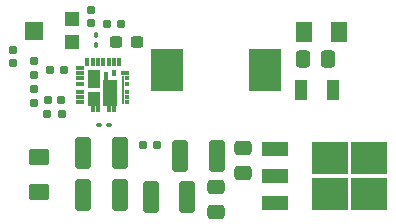
<source format=gbr>
%TF.GenerationSoftware,KiCad,Pcbnew,6.0.11+dfsg-1~bpo11+1*%
%TF.CreationDate,2023-09-12T21:00:17-05:00*%
%TF.ProjectId,Gauntl33tVoltageRegulator,4761756e-746c-4333-9374-566f6c746167,rev?*%
%TF.SameCoordinates,Original*%
%TF.FileFunction,Paste,Top*%
%TF.FilePolarity,Positive*%
%FSLAX46Y46*%
G04 Gerber Fmt 4.6, Leading zero omitted, Abs format (unit mm)*
G04 Created by KiCad (PCBNEW 6.0.11+dfsg-1~bpo11+1) date 2023-09-12 21:00:17*
%MOMM*%
%LPD*%
G01*
G04 APERTURE LIST*
G04 Aperture macros list*
%AMRoundRect*
0 Rectangle with rounded corners*
0 $1 Rounding radius*
0 $2 $3 $4 $5 $6 $7 $8 $9 X,Y pos of 4 corners*
0 Add a 4 corners polygon primitive as box body*
4,1,4,$2,$3,$4,$5,$6,$7,$8,$9,$2,$3,0*
0 Add four circle primitives for the rounded corners*
1,1,$1+$1,$2,$3*
1,1,$1+$1,$4,$5*
1,1,$1+$1,$6,$7*
1,1,$1+$1,$8,$9*
0 Add four rect primitives between the rounded corners*
20,1,$1+$1,$2,$3,$4,$5,0*
20,1,$1+$1,$4,$5,$6,$7,0*
20,1,$1+$1,$6,$7,$8,$9,0*
20,1,$1+$1,$8,$9,$2,$3,0*%
G04 Aperture macros list end*
%ADD10R,2.700000X3.600000*%
%ADD11RoundRect,0.250000X-0.412500X-1.100000X0.412500X-1.100000X0.412500X1.100000X-0.412500X1.100000X0*%
%ADD12RoundRect,0.250000X0.412500X1.100000X-0.412500X1.100000X-0.412500X-1.100000X0.412500X-1.100000X0*%
%ADD13RoundRect,0.160000X-0.197500X-0.160000X0.197500X-0.160000X0.197500X0.160000X-0.197500X0.160000X0*%
%ADD14RoundRect,0.250001X0.624999X-0.462499X0.624999X0.462499X-0.624999X0.462499X-0.624999X-0.462499X0*%
%ADD15R,0.300000X0.550000*%
%ADD16R,0.450000X0.300000*%
%ADD17R,0.730000X0.300000*%
%ADD18R,0.300000X0.725000*%
%ADD19R,0.725000X0.300000*%
%ADD20R,1.050000X1.575000*%
%ADD21R,1.050000X1.150000*%
%ADD22R,1.200000X2.175000*%
%ADD23R,0.380000X0.580000*%
%ADD24R,0.445000X0.650000*%
%ADD25R,0.275000X2.350000*%
%ADD26RoundRect,0.237500X0.300000X0.237500X-0.300000X0.237500X-0.300000X-0.237500X0.300000X-0.237500X0*%
%ADD27RoundRect,0.160000X0.160000X-0.197500X0.160000X0.197500X-0.160000X0.197500X-0.160000X-0.197500X0*%
%ADD28RoundRect,0.160000X0.197500X0.160000X-0.197500X0.160000X-0.197500X-0.160000X0.197500X-0.160000X0*%
%ADD29R,3.050000X2.750000*%
%ADD30R,2.200000X1.200000*%
%ADD31R,1.200000X1.200000*%
%ADD32R,1.500000X1.600000*%
%ADD33RoundRect,0.160000X-0.160000X0.197500X-0.160000X-0.197500X0.160000X-0.197500X0.160000X0.197500X0*%
%ADD34RoundRect,0.155000X-0.212500X-0.155000X0.212500X-0.155000X0.212500X0.155000X-0.212500X0.155000X0*%
%ADD35RoundRect,0.090000X-0.139000X-0.090000X0.139000X-0.090000X0.139000X0.090000X-0.139000X0.090000X0*%
%ADD36RoundRect,0.250000X-0.337500X-0.475000X0.337500X-0.475000X0.337500X0.475000X-0.337500X0.475000X0*%
%ADD37RoundRect,0.250000X-0.475000X0.337500X-0.475000X-0.337500X0.475000X-0.337500X0.475000X0.337500X0*%
%ADD38RoundRect,0.250001X0.462499X0.624999X-0.462499X0.624999X-0.462499X-0.624999X0.462499X-0.624999X0*%
%ADD39R,1.070000X1.780000*%
%ADD40RoundRect,0.090000X-0.090000X0.139000X-0.090000X-0.139000X0.090000X-0.139000X0.090000X0.139000X0*%
%ADD41RoundRect,0.155000X0.155000X-0.212500X0.155000X0.212500X-0.155000X0.212500X-0.155000X-0.212500X0*%
G04 APERTURE END LIST*
D10*
%TO.C,L1*%
X132450000Y-112260000D03*
X140750000Y-112260000D03*
%TD*%
D11*
%TO.C,C1*%
X125337500Y-119300000D03*
X128462500Y-119300000D03*
%TD*%
D12*
%TO.C,C11*%
X134162500Y-123000000D03*
X131037500Y-123000000D03*
%TD*%
D13*
%TO.C,R7*%
X130402500Y-118600000D03*
X131597500Y-118600000D03*
%TD*%
D14*
%TO.C,F2*%
X121600000Y-122587500D03*
X121600000Y-119612500D03*
%TD*%
D15*
%TO.C,IC1*%
X126140000Y-115536000D03*
X126590000Y-115536000D03*
X127490000Y-115535000D03*
X127940000Y-115535000D03*
D16*
X129040000Y-114984000D03*
X129040000Y-114534000D03*
X129040000Y-114084000D03*
X129040000Y-113384000D03*
X129040000Y-112934000D03*
D17*
X128900000Y-112484000D03*
D18*
X128389000Y-111572000D03*
X127939000Y-111572000D03*
X127489000Y-111572000D03*
X127039000Y-111572000D03*
X126589000Y-111572000D03*
X126139000Y-111572000D03*
X125689000Y-111572000D03*
D19*
X125027000Y-112035000D03*
X125027000Y-112485000D03*
X125027000Y-112935000D03*
X125027000Y-113385000D03*
X125027000Y-114085000D03*
X125027000Y-114535000D03*
X125027000Y-114985000D03*
D20*
X126215000Y-113023000D03*
D21*
X126215000Y-114686000D03*
D22*
X127640000Y-114172000D03*
D23*
X127979000Y-112524000D03*
D24*
X127262000Y-112760000D03*
D25*
X128678000Y-113959000D03*
%TD*%
D26*
%TO.C,C0*%
X129862500Y-109860000D03*
X128137500Y-109860000D03*
%TD*%
D27*
%TO.C,R3*%
X121175000Y-112637500D03*
X121175000Y-111442500D03*
%TD*%
D28*
%TO.C,R1*%
X123497500Y-116000000D03*
X122302500Y-116000000D03*
%TD*%
D29*
%TO.C,U1*%
X146200000Y-119700000D03*
X146200000Y-122750000D03*
X149550000Y-119700000D03*
X149550000Y-122750000D03*
D30*
X141575000Y-118945000D03*
X141575000Y-121225000D03*
X141575000Y-123505000D03*
%TD*%
D11*
%TO.C,C3*%
X125337500Y-122800000D03*
X128462500Y-122800000D03*
%TD*%
D31*
%TO.C,200K1*%
X124400000Y-109900000D03*
D32*
X121150000Y-108900000D03*
D31*
X124400000Y-107900000D03*
%TD*%
D12*
%TO.C,C8*%
X136662500Y-119500000D03*
X133537500Y-119500000D03*
%TD*%
D28*
%TO.C,R2*%
X128562500Y-108332061D03*
X127367500Y-108332061D03*
%TD*%
D33*
%TO.C,R4*%
X121185000Y-113805000D03*
X121185000Y-115000000D03*
%TD*%
D34*
%TO.C,C2*%
X123467500Y-114800000D03*
X122332500Y-114800000D03*
%TD*%
D35*
%TO.C,C4*%
X126667500Y-116900000D03*
X127532500Y-116900000D03*
%TD*%
D36*
%TO.C,C6*%
X143962500Y-111300000D03*
X146037500Y-111300000D03*
%TD*%
D37*
%TO.C,C9*%
X138900000Y-118862500D03*
X138900000Y-120937500D03*
%TD*%
D38*
%TO.C,F1*%
X146987500Y-109000000D03*
X144012500Y-109000000D03*
%TD*%
D28*
%TO.C,R9*%
X123722500Y-112280000D03*
X122527500Y-112280000D03*
%TD*%
D39*
%TO.C,C5*%
X146460000Y-113900000D03*
X143740000Y-113900000D03*
%TD*%
D40*
%TO.C,C7*%
X126385000Y-109257500D03*
X126385000Y-110122500D03*
%TD*%
D41*
%TO.C,R5*%
X119400000Y-110532500D03*
X119400000Y-111667500D03*
%TD*%
%TO.C,R6*%
X126000000Y-108267500D03*
X126000000Y-107132500D03*
%TD*%
D37*
%TO.C,C10*%
X136600000Y-122162500D03*
X136600000Y-124237500D03*
%TD*%
M02*

</source>
